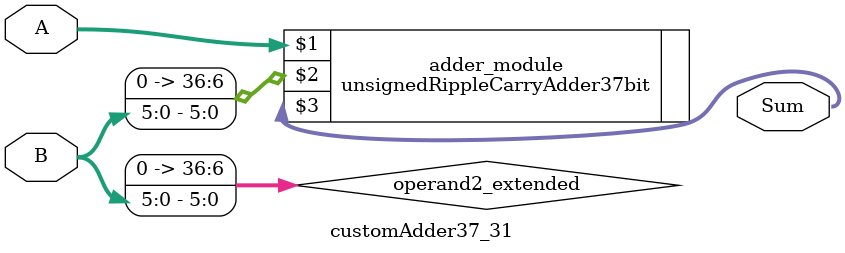
<source format=v>
module customAdder37_31(
                        input [36 : 0] A,
                        input [5 : 0] B,
                        
                        output [37 : 0] Sum
                );

        wire [36 : 0] operand2_extended;
        
        assign operand2_extended =  {31'b0, B};
        
        unsignedRippleCarryAdder37bit adder_module(
            A,
            operand2_extended,
            Sum
        );
        
        endmodule
        
</source>
